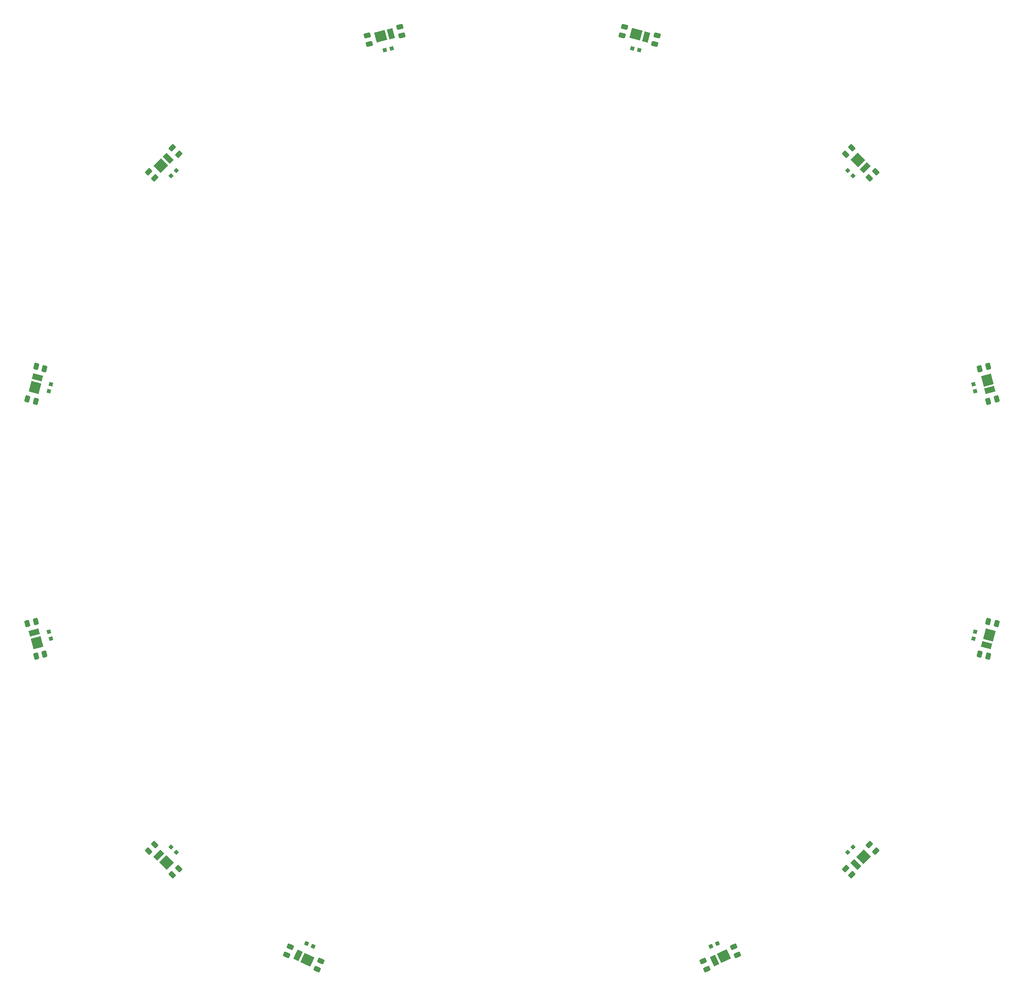
<source format=gbr>
%TF.GenerationSoftware,KiCad,Pcbnew,(6.0.9)*%
%TF.CreationDate,2023-07-09T09:41:20+10:00*%
%TF.ProjectId,Line 2.4,4c696e65-2032-42e3-942e-6b696361645f,rev?*%
%TF.SameCoordinates,Original*%
%TF.FileFunction,Paste,Bot*%
%TF.FilePolarity,Positive*%
%FSLAX46Y46*%
G04 Gerber Fmt 4.6, Leading zero omitted, Abs format (unit mm)*
G04 Created by KiCad (PCBNEW (6.0.9)) date 2023-07-09 09:41:20*
%MOMM*%
%LPD*%
G01*
G04 APERTURE LIST*
G04 Aperture macros list*
%AMRoundRect*
0 Rectangle with rounded corners*
0 $1 Rounding radius*
0 $2 $3 $4 $5 $6 $7 $8 $9 X,Y pos of 4 corners*
0 Add a 4 corners polygon primitive as box body*
4,1,4,$2,$3,$4,$5,$6,$7,$8,$9,$2,$3,0*
0 Add four circle primitives for the rounded corners*
1,1,$1+$1,$2,$3*
1,1,$1+$1,$4,$5*
1,1,$1+$1,$6,$7*
1,1,$1+$1,$8,$9*
0 Add four rect primitives between the rounded corners*
20,1,$1+$1,$2,$3,$4,$5,0*
20,1,$1+$1,$4,$5,$6,$7,0*
20,1,$1+$1,$6,$7,$8,$9,0*
20,1,$1+$1,$8,$9,$2,$3,0*%
%AMRotRect*
0 Rectangle, with rotation*
0 The origin of the aperture is its center*
0 $1 length*
0 $2 width*
0 $3 Rotation angle, in degrees counterclockwise*
0 Add horizontal line*
21,1,$1,$2,0,0,$3*%
G04 Aperture macros list end*
%ADD10RoundRect,0.250000X0.370024X0.366727X-0.137087X0.502607X-0.370024X-0.366727X0.137087X-0.502607X0*%
%ADD11RoundRect,0.250000X-0.370024X-0.366727X0.137087X-0.502607X0.370024X0.366727X-0.137087X0.502607X0*%
%ADD12RoundRect,0.250000X-0.366727X0.370024X-0.502607X-0.137087X0.366727X-0.370024X0.502607X0.137087X0*%
%ADD13RoundRect,0.250000X0.503814X0.132583X0.132583X0.503814X-0.503814X-0.132583X-0.132583X-0.503814X0*%
%ADD14RotRect,0.800000X0.800000X135.000000*%
%ADD15RoundRect,0.250000X-0.137087X-0.502607X0.370024X-0.366727X0.137087X0.502607X-0.370024X0.366727X0*%
%ADD16RoundRect,0.250000X0.518776X-0.047728X0.296901X0.428084X-0.518776X0.047728X-0.296901X-0.428084X0*%
%ADD17RoundRect,0.250000X-0.296901X0.428084X-0.518776X-0.047728X0.296901X-0.428084X0.518776X0.047728X0*%
%ADD18RotRect,0.800000X0.800000X195.000000*%
%ADD19RotRect,2.257400X2.108200X15.000000*%
%ADD20RotRect,1.190600X2.108200X15.000000*%
%ADD21RoundRect,0.250000X-0.503814X-0.132583X-0.132583X-0.503814X0.503814X0.132583X0.132583X0.503814X0*%
%ADD22RoundRect,0.250000X0.296901X-0.428084X0.518776X0.047728X-0.296901X0.428084X-0.518776X-0.047728X0*%
%ADD23RoundRect,0.250000X0.132583X-0.503814X0.503814X-0.132583X-0.132583X0.503814X-0.503814X0.132583X0*%
%ADD24RotRect,2.257400X2.108200X285.000000*%
%ADD25RotRect,1.190600X2.108200X285.000000*%
%ADD26RoundRect,0.250000X-0.518776X0.047728X-0.296901X-0.428084X0.518776X-0.047728X0.296901X0.428084X0*%
%ADD27RotRect,2.257400X2.108200X45.000000*%
%ADD28RotRect,1.190600X2.108200X45.000000*%
%ADD29RoundRect,0.250000X0.366727X-0.370024X0.502607X0.137087X-0.366727X0.370024X-0.502607X-0.137087X0*%
%ADD30RoundRect,0.250000X0.137087X0.502607X-0.370024X0.366727X-0.137087X-0.502607X0.370024X-0.366727X0*%
%ADD31RotRect,0.800000X0.800000X285.000000*%
%ADD32RoundRect,0.250000X0.502607X-0.137087X0.366727X0.370024X-0.502607X0.137087X-0.366727X-0.370024X0*%
%ADD33RotRect,2.257400X2.108200X205.000000*%
%ADD34RotRect,1.190600X2.108200X205.000000*%
%ADD35RotRect,0.800000X0.800000X105.000000*%
%ADD36RoundRect,0.250000X-0.132583X0.503814X-0.503814X0.132583X0.132583X-0.503814X0.503814X-0.132583X0*%
%ADD37RotRect,2.257400X2.108200X345.000000*%
%ADD38RotRect,1.190600X2.108200X345.000000*%
%ADD39RotRect,0.800000X0.800000X315.000000*%
%ADD40RoundRect,0.250000X-0.502607X0.137087X-0.366727X-0.370024X0.502607X-0.137087X0.366727X0.370024X0*%
%ADD41RotRect,0.800000X0.800000X165.000000*%
%ADD42RotRect,0.800000X0.800000X225.000000*%
%ADD43RotRect,2.257400X2.108200X105.000000*%
%ADD44RotRect,1.190600X2.108200X105.000000*%
%ADD45RotRect,0.800000X0.800000X255.000000*%
%ADD46RotRect,2.257400X2.108200X155.000000*%
%ADD47RotRect,1.190600X2.108200X155.000000*%
%ADD48RotRect,2.257400X2.108200X255.000000*%
%ADD49RotRect,1.190600X2.108200X255.000000*%
%ADD50RotRect,0.800000X0.800000X75.000000*%
%ADD51RotRect,0.800000X0.800000X45.000000*%
%ADD52RotRect,2.257400X2.108200X225.000000*%
%ADD53RotRect,1.190600X2.108200X225.000000*%
%ADD54RotRect,2.257400X2.108200X75.000000*%
%ADD55RotRect,1.190600X2.108200X75.000000*%
%ADD56RotRect,2.257400X2.108200X135.000000*%
%ADD57RotRect,1.190600X2.108200X135.000000*%
%ADD58RotRect,2.257400X2.108200X315.000000*%
%ADD59RotRect,1.190600X2.108200X315.000000*%
%ADD60RotRect,0.800000X0.800000X335.000000*%
%ADD61RotRect,0.800000X0.800000X25.000000*%
G04 APERTURE END LIST*
D10*
%TO.C,R7*%
X156282969Y-111824694D03*
X154520155Y-111352350D03*
%TD*%
D11*
%TO.C,R19*%
X350717031Y-171175306D03*
X352479845Y-171647650D03*
%TD*%
D12*
%TO.C,R14*%
X276884383Y-40705329D03*
X276412039Y-42468143D03*
%TD*%
D13*
%TO.C,R22*%
X329098554Y-212148806D03*
X327808084Y-210858336D03*
%TD*%
D14*
%TO.C,A8*%
X324387455Y-71673205D03*
X323326795Y-70612545D03*
%TD*%
D15*
%TO.C,R6*%
X154517063Y-171645865D03*
X156279877Y-171173521D03*
%TD*%
D16*
%TO.C,R24*%
X300376088Y-233744390D03*
X299604810Y-232090378D03*
%TD*%
D17*
%TO.C,R1*%
X207393968Y-232087022D03*
X206622690Y-233741034D03*
%TD*%
D18*
%TO.C,A6*%
X228471949Y-45196266D03*
X227023061Y-45584494D03*
%TD*%
D19*
%TO.C,LED6*%
X226175222Y-42705844D03*
D20*
X228282099Y-42141308D03*
%TD*%
D21*
%TO.C,R21*%
X322854765Y-215808084D03*
X324145235Y-217098554D03*
%TD*%
D22*
%TO.C,R2*%
X212968067Y-236702718D03*
X213739345Y-235048706D03*
%TD*%
D23*
%TO.C,R15*%
X327808084Y-72145235D03*
X329098554Y-70854765D03*
%TD*%
D24*
%TO.C,LED9*%
X352294156Y-114175222D03*
D25*
X352858692Y-116282099D03*
%TD*%
D26*
%TO.C,R23*%
X293257300Y-235047485D03*
X294028578Y-236701497D03*
%TD*%
D27*
%TO.C,LED5*%
X180438970Y-69604140D03*
D28*
X181981311Y-68061799D03*
%TD*%
D29*
%TO.C,R13*%
X283175306Y-44282969D03*
X283647650Y-42520155D03*
%TD*%
D30*
%TO.C,R5*%
X154469929Y-164408947D03*
X152707115Y-164881291D03*
%TD*%
D31*
%TO.C,A3*%
X157196266Y-166528051D03*
X157584494Y-167976939D03*
%TD*%
D32*
%TO.C,R11*%
X230591053Y-42469929D03*
X230118709Y-40707115D03*
%TD*%
D11*
%TO.C,R8*%
X152705329Y-118115617D03*
X154468143Y-118587961D03*
%TD*%
D33*
%TO.C,LED12*%
X297565079Y-234048353D03*
D34*
X295588240Y-234970168D03*
%TD*%
D35*
%TO.C,A9*%
X349803734Y-116471949D03*
X349415506Y-115023061D03*
%TD*%
D36*
%TO.C,R3*%
X179191916Y-210854765D03*
X177901446Y-212145235D03*
%TD*%
D37*
%TO.C,LED7*%
X279233126Y-42279362D03*
D38*
X281340003Y-42843898D03*
%TD*%
D39*
%TO.C,A2*%
X182612545Y-211326795D03*
X183673205Y-212387455D03*
%TD*%
D40*
%TO.C,R12*%
X223354135Y-42517063D03*
X223826479Y-44279877D03*
%TD*%
D41*
%TO.C,A7*%
X279976939Y-45584494D03*
X278528051Y-45196266D03*
%TD*%
D42*
%TO.C,A5*%
X183673205Y-70612545D03*
X182612545Y-71673205D03*
%TD*%
D10*
%TO.C,R20*%
X354294671Y-164884383D03*
X352531857Y-164412039D03*
%TD*%
D23*
%TO.C,R4*%
X182851194Y-217098554D03*
X184141664Y-215808084D03*
%TD*%
D13*
%TO.C,R9*%
X184145235Y-67191916D03*
X182854765Y-65901446D03*
%TD*%
D43*
%TO.C,LED3*%
X154705844Y-168824778D03*
D44*
X154141308Y-166717901D03*
%TD*%
D15*
%TO.C,R17*%
X352530071Y-118591053D03*
X354292885Y-118118709D03*
%TD*%
D45*
%TO.C,A4*%
X157584494Y-115023061D03*
X157196266Y-116471949D03*
%TD*%
D21*
%TO.C,R10*%
X177901446Y-70851194D03*
X179191916Y-72141664D03*
%TD*%
D46*
%TO.C,LED1*%
X210928335Y-234744743D03*
D47*
X208951496Y-233822928D03*
%TD*%
D48*
%TO.C,LED10*%
X352720638Y-167233126D03*
D49*
X352156102Y-169340003D03*
%TD*%
D50*
%TO.C,A10*%
X349415506Y-167976939D03*
X349803734Y-166528051D03*
%TD*%
D51*
%TO.C,A11*%
X323326795Y-212387455D03*
X324387455Y-211326795D03*
%TD*%
D30*
%TO.C,R18*%
X352482937Y-111354135D03*
X350720123Y-111826479D03*
%TD*%
D52*
%TO.C,LED11*%
X326561030Y-213395860D03*
D53*
X325018689Y-214938201D03*
%TD*%
D54*
%TO.C,LED4*%
X154279362Y-115766874D03*
D55*
X154843898Y-113659997D03*
%TD*%
D56*
%TO.C,LED2*%
X181604140Y-214561030D03*
D57*
X180061799Y-213018689D03*
%TD*%
D36*
%TO.C,R16*%
X324148806Y-65901446D03*
X322858336Y-67191916D03*
%TD*%
D58*
%TO.C,LED8*%
X325395860Y-68438970D03*
D59*
X326938201Y-69981311D03*
%TD*%
D60*
%TO.C,A1*%
X210769752Y-231360661D03*
X212129214Y-231994589D03*
%TD*%
D61*
%TO.C,A12*%
X294870786Y-231994589D03*
X296230248Y-231360661D03*
%TD*%
M02*

</source>
